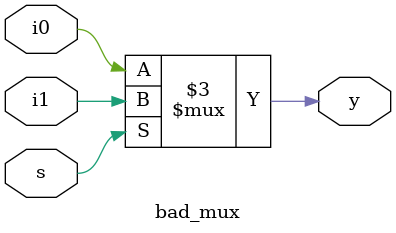
<source format=v>
module bad_mux(i0,i1,s,y);
input i0,i1,s;
output reg y;
always @(s)
begin
	if(s)
		y<=i1;
	else
		y<=i0;
end
endmodule

</source>
